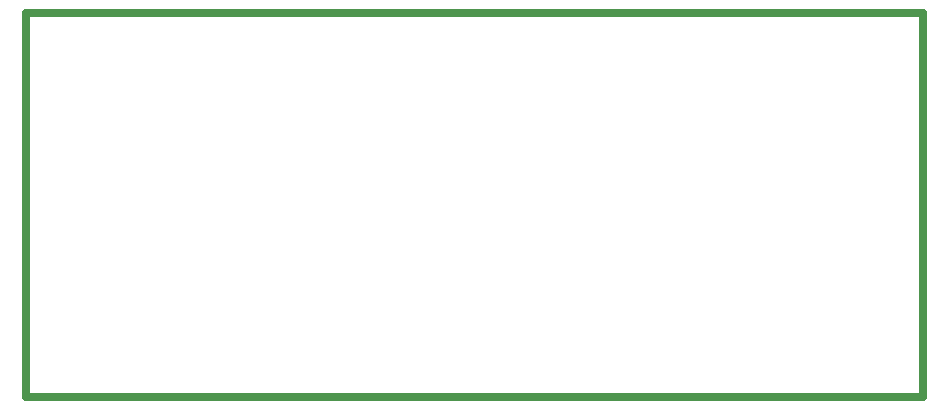
<source format=gko>
G04*
G04 #@! TF.GenerationSoftware,Altium Limited,Altium Designer,21.9.1 (22)*
G04*
G04 Layer_Color=16711935*
%FSLAX25Y25*%
%MOIN*%
G70*
G04*
G04 #@! TF.SameCoordinates,84066233-43AA-439E-81B8-E0E343A60AEF*
G04*
G04*
G04 #@! TF.FilePolarity,Positive*
G04*
G01*
G75*
%ADD41C,0.02500*%
D41*
X40000Y130000D02*
X339000D01*
X40000Y2000D02*
Y130000D01*
Y2000D02*
X339000D01*
Y130000D01*
M02*

</source>
